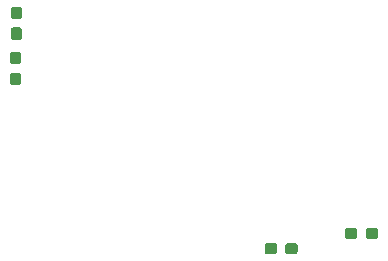
<source format=gbr>
G04 #@! TF.GenerationSoftware,KiCad,Pcbnew,5.0.1*
G04 #@! TF.CreationDate,2018-12-10T22:32:32+01:00*
G04 #@! TF.ProjectId,tamtam_board,74616D74616D5F626F6172642E6B6963,rev?*
G04 #@! TF.SameCoordinates,Original*
G04 #@! TF.FileFunction,Paste,Top*
G04 #@! TF.FilePolarity,Positive*
%FSLAX46Y46*%
G04 Gerber Fmt 4.6, Leading zero omitted, Abs format (unit mm)*
G04 Created by KiCad (PCBNEW 5.0.1) date dilluns, 10 de desembre de 2018, 22:32:32 CET*
%MOMM*%
%LPD*%
G01*
G04 APERTURE LIST*
%ADD10C,0.100000*%
%ADD11C,0.950000*%
G04 APERTURE END LIST*
D10*
G04 #@! TO.C,C1*
G36*
X84925779Y-48836144D02*
X84948834Y-48839563D01*
X84971443Y-48845227D01*
X84993387Y-48853079D01*
X85014457Y-48863044D01*
X85034448Y-48875026D01*
X85053168Y-48888910D01*
X85070438Y-48904562D01*
X85086090Y-48921832D01*
X85099974Y-48940552D01*
X85111956Y-48960543D01*
X85121921Y-48981613D01*
X85129773Y-49003557D01*
X85135437Y-49026166D01*
X85138856Y-49049221D01*
X85140000Y-49072500D01*
X85140000Y-49547500D01*
X85138856Y-49570779D01*
X85135437Y-49593834D01*
X85129773Y-49616443D01*
X85121921Y-49638387D01*
X85111956Y-49659457D01*
X85099974Y-49679448D01*
X85086090Y-49698168D01*
X85070438Y-49715438D01*
X85053168Y-49731090D01*
X85034448Y-49744974D01*
X85014457Y-49756956D01*
X84993387Y-49766921D01*
X84971443Y-49774773D01*
X84948834Y-49780437D01*
X84925779Y-49783856D01*
X84902500Y-49785000D01*
X84327500Y-49785000D01*
X84304221Y-49783856D01*
X84281166Y-49780437D01*
X84258557Y-49774773D01*
X84236613Y-49766921D01*
X84215543Y-49756956D01*
X84195552Y-49744974D01*
X84176832Y-49731090D01*
X84159562Y-49715438D01*
X84143910Y-49698168D01*
X84130026Y-49679448D01*
X84118044Y-49659457D01*
X84108079Y-49638387D01*
X84100227Y-49616443D01*
X84094563Y-49593834D01*
X84091144Y-49570779D01*
X84090000Y-49547500D01*
X84090000Y-49072500D01*
X84091144Y-49049221D01*
X84094563Y-49026166D01*
X84100227Y-49003557D01*
X84108079Y-48981613D01*
X84118044Y-48960543D01*
X84130026Y-48940552D01*
X84143910Y-48921832D01*
X84159562Y-48904562D01*
X84176832Y-48888910D01*
X84195552Y-48875026D01*
X84215543Y-48863044D01*
X84236613Y-48853079D01*
X84258557Y-48845227D01*
X84281166Y-48839563D01*
X84304221Y-48836144D01*
X84327500Y-48835000D01*
X84902500Y-48835000D01*
X84925779Y-48836144D01*
X84925779Y-48836144D01*
G37*
D11*
X84615000Y-49310000D03*
D10*
G36*
X86675779Y-48836144D02*
X86698834Y-48839563D01*
X86721443Y-48845227D01*
X86743387Y-48853079D01*
X86764457Y-48863044D01*
X86784448Y-48875026D01*
X86803168Y-48888910D01*
X86820438Y-48904562D01*
X86836090Y-48921832D01*
X86849974Y-48940552D01*
X86861956Y-48960543D01*
X86871921Y-48981613D01*
X86879773Y-49003557D01*
X86885437Y-49026166D01*
X86888856Y-49049221D01*
X86890000Y-49072500D01*
X86890000Y-49547500D01*
X86888856Y-49570779D01*
X86885437Y-49593834D01*
X86879773Y-49616443D01*
X86871921Y-49638387D01*
X86861956Y-49659457D01*
X86849974Y-49679448D01*
X86836090Y-49698168D01*
X86820438Y-49715438D01*
X86803168Y-49731090D01*
X86784448Y-49744974D01*
X86764457Y-49756956D01*
X86743387Y-49766921D01*
X86721443Y-49774773D01*
X86698834Y-49780437D01*
X86675779Y-49783856D01*
X86652500Y-49785000D01*
X86077500Y-49785000D01*
X86054221Y-49783856D01*
X86031166Y-49780437D01*
X86008557Y-49774773D01*
X85986613Y-49766921D01*
X85965543Y-49756956D01*
X85945552Y-49744974D01*
X85926832Y-49731090D01*
X85909562Y-49715438D01*
X85893910Y-49698168D01*
X85880026Y-49679448D01*
X85868044Y-49659457D01*
X85858079Y-49638387D01*
X85850227Y-49616443D01*
X85844563Y-49593834D01*
X85841144Y-49570779D01*
X85840000Y-49547500D01*
X85840000Y-49072500D01*
X85841144Y-49049221D01*
X85844563Y-49026166D01*
X85850227Y-49003557D01*
X85858079Y-48981613D01*
X85868044Y-48960543D01*
X85880026Y-48940552D01*
X85893910Y-48921832D01*
X85909562Y-48904562D01*
X85926832Y-48888910D01*
X85945552Y-48875026D01*
X85965543Y-48863044D01*
X85986613Y-48853079D01*
X86008557Y-48845227D01*
X86031166Y-48839563D01*
X86054221Y-48836144D01*
X86077500Y-48835000D01*
X86652500Y-48835000D01*
X86675779Y-48836144D01*
X86675779Y-48836144D01*
G37*
D11*
X86365000Y-49310000D03*
G04 #@! TD*
D10*
G04 #@! TO.C,R5*
G36*
X79870779Y-50116144D02*
X79893834Y-50119563D01*
X79916443Y-50125227D01*
X79938387Y-50133079D01*
X79959457Y-50143044D01*
X79979448Y-50155026D01*
X79998168Y-50168910D01*
X80015438Y-50184562D01*
X80031090Y-50201832D01*
X80044974Y-50220552D01*
X80056956Y-50240543D01*
X80066921Y-50261613D01*
X80074773Y-50283557D01*
X80080437Y-50306166D01*
X80083856Y-50329221D01*
X80085000Y-50352500D01*
X80085000Y-50827500D01*
X80083856Y-50850779D01*
X80080437Y-50873834D01*
X80074773Y-50896443D01*
X80066921Y-50918387D01*
X80056956Y-50939457D01*
X80044974Y-50959448D01*
X80031090Y-50978168D01*
X80015438Y-50995438D01*
X79998168Y-51011090D01*
X79979448Y-51024974D01*
X79959457Y-51036956D01*
X79938387Y-51046921D01*
X79916443Y-51054773D01*
X79893834Y-51060437D01*
X79870779Y-51063856D01*
X79847500Y-51065000D01*
X79272500Y-51065000D01*
X79249221Y-51063856D01*
X79226166Y-51060437D01*
X79203557Y-51054773D01*
X79181613Y-51046921D01*
X79160543Y-51036956D01*
X79140552Y-51024974D01*
X79121832Y-51011090D01*
X79104562Y-50995438D01*
X79088910Y-50978168D01*
X79075026Y-50959448D01*
X79063044Y-50939457D01*
X79053079Y-50918387D01*
X79045227Y-50896443D01*
X79039563Y-50873834D01*
X79036144Y-50850779D01*
X79035000Y-50827500D01*
X79035000Y-50352500D01*
X79036144Y-50329221D01*
X79039563Y-50306166D01*
X79045227Y-50283557D01*
X79053079Y-50261613D01*
X79063044Y-50240543D01*
X79075026Y-50220552D01*
X79088910Y-50201832D01*
X79104562Y-50184562D01*
X79121832Y-50168910D01*
X79140552Y-50155026D01*
X79160543Y-50143044D01*
X79181613Y-50133079D01*
X79203557Y-50125227D01*
X79226166Y-50119563D01*
X79249221Y-50116144D01*
X79272500Y-50115000D01*
X79847500Y-50115000D01*
X79870779Y-50116144D01*
X79870779Y-50116144D01*
G37*
D11*
X79560000Y-50590000D03*
D10*
G36*
X78120779Y-50116144D02*
X78143834Y-50119563D01*
X78166443Y-50125227D01*
X78188387Y-50133079D01*
X78209457Y-50143044D01*
X78229448Y-50155026D01*
X78248168Y-50168910D01*
X78265438Y-50184562D01*
X78281090Y-50201832D01*
X78294974Y-50220552D01*
X78306956Y-50240543D01*
X78316921Y-50261613D01*
X78324773Y-50283557D01*
X78330437Y-50306166D01*
X78333856Y-50329221D01*
X78335000Y-50352500D01*
X78335000Y-50827500D01*
X78333856Y-50850779D01*
X78330437Y-50873834D01*
X78324773Y-50896443D01*
X78316921Y-50918387D01*
X78306956Y-50939457D01*
X78294974Y-50959448D01*
X78281090Y-50978168D01*
X78265438Y-50995438D01*
X78248168Y-51011090D01*
X78229448Y-51024974D01*
X78209457Y-51036956D01*
X78188387Y-51046921D01*
X78166443Y-51054773D01*
X78143834Y-51060437D01*
X78120779Y-51063856D01*
X78097500Y-51065000D01*
X77522500Y-51065000D01*
X77499221Y-51063856D01*
X77476166Y-51060437D01*
X77453557Y-51054773D01*
X77431613Y-51046921D01*
X77410543Y-51036956D01*
X77390552Y-51024974D01*
X77371832Y-51011090D01*
X77354562Y-50995438D01*
X77338910Y-50978168D01*
X77325026Y-50959448D01*
X77313044Y-50939457D01*
X77303079Y-50918387D01*
X77295227Y-50896443D01*
X77289563Y-50873834D01*
X77286144Y-50850779D01*
X77285000Y-50827500D01*
X77285000Y-50352500D01*
X77286144Y-50329221D01*
X77289563Y-50306166D01*
X77295227Y-50283557D01*
X77303079Y-50261613D01*
X77313044Y-50240543D01*
X77325026Y-50220552D01*
X77338910Y-50201832D01*
X77354562Y-50184562D01*
X77371832Y-50168910D01*
X77390552Y-50155026D01*
X77410543Y-50143044D01*
X77431613Y-50133079D01*
X77453557Y-50125227D01*
X77476166Y-50119563D01*
X77499221Y-50116144D01*
X77522500Y-50115000D01*
X78097500Y-50115000D01*
X78120779Y-50116144D01*
X78120779Y-50116144D01*
G37*
D11*
X77810000Y-50590000D03*
G04 #@! TD*
D10*
G04 #@! TO.C,R8*
G36*
X56530779Y-30116144D02*
X56553834Y-30119563D01*
X56576443Y-30125227D01*
X56598387Y-30133079D01*
X56619457Y-30143044D01*
X56639448Y-30155026D01*
X56658168Y-30168910D01*
X56675438Y-30184562D01*
X56691090Y-30201832D01*
X56704974Y-30220552D01*
X56716956Y-30240543D01*
X56726921Y-30261613D01*
X56734773Y-30283557D01*
X56740437Y-30306166D01*
X56743856Y-30329221D01*
X56745000Y-30352500D01*
X56745000Y-30927500D01*
X56743856Y-30950779D01*
X56740437Y-30973834D01*
X56734773Y-30996443D01*
X56726921Y-31018387D01*
X56716956Y-31039457D01*
X56704974Y-31059448D01*
X56691090Y-31078168D01*
X56675438Y-31095438D01*
X56658168Y-31111090D01*
X56639448Y-31124974D01*
X56619457Y-31136956D01*
X56598387Y-31146921D01*
X56576443Y-31154773D01*
X56553834Y-31160437D01*
X56530779Y-31163856D01*
X56507500Y-31165000D01*
X56032500Y-31165000D01*
X56009221Y-31163856D01*
X55986166Y-31160437D01*
X55963557Y-31154773D01*
X55941613Y-31146921D01*
X55920543Y-31136956D01*
X55900552Y-31124974D01*
X55881832Y-31111090D01*
X55864562Y-31095438D01*
X55848910Y-31078168D01*
X55835026Y-31059448D01*
X55823044Y-31039457D01*
X55813079Y-31018387D01*
X55805227Y-30996443D01*
X55799563Y-30973834D01*
X55796144Y-30950779D01*
X55795000Y-30927500D01*
X55795000Y-30352500D01*
X55796144Y-30329221D01*
X55799563Y-30306166D01*
X55805227Y-30283557D01*
X55813079Y-30261613D01*
X55823044Y-30240543D01*
X55835026Y-30220552D01*
X55848910Y-30201832D01*
X55864562Y-30184562D01*
X55881832Y-30168910D01*
X55900552Y-30155026D01*
X55920543Y-30143044D01*
X55941613Y-30133079D01*
X55963557Y-30125227D01*
X55986166Y-30119563D01*
X56009221Y-30116144D01*
X56032500Y-30115000D01*
X56507500Y-30115000D01*
X56530779Y-30116144D01*
X56530779Y-30116144D01*
G37*
D11*
X56270000Y-30640000D03*
D10*
G36*
X56530779Y-31866144D02*
X56553834Y-31869563D01*
X56576443Y-31875227D01*
X56598387Y-31883079D01*
X56619457Y-31893044D01*
X56639448Y-31905026D01*
X56658168Y-31918910D01*
X56675438Y-31934562D01*
X56691090Y-31951832D01*
X56704974Y-31970552D01*
X56716956Y-31990543D01*
X56726921Y-32011613D01*
X56734773Y-32033557D01*
X56740437Y-32056166D01*
X56743856Y-32079221D01*
X56745000Y-32102500D01*
X56745000Y-32677500D01*
X56743856Y-32700779D01*
X56740437Y-32723834D01*
X56734773Y-32746443D01*
X56726921Y-32768387D01*
X56716956Y-32789457D01*
X56704974Y-32809448D01*
X56691090Y-32828168D01*
X56675438Y-32845438D01*
X56658168Y-32861090D01*
X56639448Y-32874974D01*
X56619457Y-32886956D01*
X56598387Y-32896921D01*
X56576443Y-32904773D01*
X56553834Y-32910437D01*
X56530779Y-32913856D01*
X56507500Y-32915000D01*
X56032500Y-32915000D01*
X56009221Y-32913856D01*
X55986166Y-32910437D01*
X55963557Y-32904773D01*
X55941613Y-32896921D01*
X55920543Y-32886956D01*
X55900552Y-32874974D01*
X55881832Y-32861090D01*
X55864562Y-32845438D01*
X55848910Y-32828168D01*
X55835026Y-32809448D01*
X55823044Y-32789457D01*
X55813079Y-32768387D01*
X55805227Y-32746443D01*
X55799563Y-32723834D01*
X55796144Y-32700779D01*
X55795000Y-32677500D01*
X55795000Y-32102500D01*
X55796144Y-32079221D01*
X55799563Y-32056166D01*
X55805227Y-32033557D01*
X55813079Y-32011613D01*
X55823044Y-31990543D01*
X55835026Y-31970552D01*
X55848910Y-31951832D01*
X55864562Y-31934562D01*
X55881832Y-31918910D01*
X55900552Y-31905026D01*
X55920543Y-31893044D01*
X55941613Y-31883079D01*
X55963557Y-31875227D01*
X55986166Y-31869563D01*
X56009221Y-31866144D01*
X56032500Y-31865000D01*
X56507500Y-31865000D01*
X56530779Y-31866144D01*
X56530779Y-31866144D01*
G37*
D11*
X56270000Y-32390000D03*
G04 #@! TD*
D10*
G04 #@! TO.C,R9*
G36*
X56450779Y-33936144D02*
X56473834Y-33939563D01*
X56496443Y-33945227D01*
X56518387Y-33953079D01*
X56539457Y-33963044D01*
X56559448Y-33975026D01*
X56578168Y-33988910D01*
X56595438Y-34004562D01*
X56611090Y-34021832D01*
X56624974Y-34040552D01*
X56636956Y-34060543D01*
X56646921Y-34081613D01*
X56654773Y-34103557D01*
X56660437Y-34126166D01*
X56663856Y-34149221D01*
X56665000Y-34172500D01*
X56665000Y-34747500D01*
X56663856Y-34770779D01*
X56660437Y-34793834D01*
X56654773Y-34816443D01*
X56646921Y-34838387D01*
X56636956Y-34859457D01*
X56624974Y-34879448D01*
X56611090Y-34898168D01*
X56595438Y-34915438D01*
X56578168Y-34931090D01*
X56559448Y-34944974D01*
X56539457Y-34956956D01*
X56518387Y-34966921D01*
X56496443Y-34974773D01*
X56473834Y-34980437D01*
X56450779Y-34983856D01*
X56427500Y-34985000D01*
X55952500Y-34985000D01*
X55929221Y-34983856D01*
X55906166Y-34980437D01*
X55883557Y-34974773D01*
X55861613Y-34966921D01*
X55840543Y-34956956D01*
X55820552Y-34944974D01*
X55801832Y-34931090D01*
X55784562Y-34915438D01*
X55768910Y-34898168D01*
X55755026Y-34879448D01*
X55743044Y-34859457D01*
X55733079Y-34838387D01*
X55725227Y-34816443D01*
X55719563Y-34793834D01*
X55716144Y-34770779D01*
X55715000Y-34747500D01*
X55715000Y-34172500D01*
X55716144Y-34149221D01*
X55719563Y-34126166D01*
X55725227Y-34103557D01*
X55733079Y-34081613D01*
X55743044Y-34060543D01*
X55755026Y-34040552D01*
X55768910Y-34021832D01*
X55784562Y-34004562D01*
X55801832Y-33988910D01*
X55820552Y-33975026D01*
X55840543Y-33963044D01*
X55861613Y-33953079D01*
X55883557Y-33945227D01*
X55906166Y-33939563D01*
X55929221Y-33936144D01*
X55952500Y-33935000D01*
X56427500Y-33935000D01*
X56450779Y-33936144D01*
X56450779Y-33936144D01*
G37*
D11*
X56190000Y-34460000D03*
D10*
G36*
X56450779Y-35686144D02*
X56473834Y-35689563D01*
X56496443Y-35695227D01*
X56518387Y-35703079D01*
X56539457Y-35713044D01*
X56559448Y-35725026D01*
X56578168Y-35738910D01*
X56595438Y-35754562D01*
X56611090Y-35771832D01*
X56624974Y-35790552D01*
X56636956Y-35810543D01*
X56646921Y-35831613D01*
X56654773Y-35853557D01*
X56660437Y-35876166D01*
X56663856Y-35899221D01*
X56665000Y-35922500D01*
X56665000Y-36497500D01*
X56663856Y-36520779D01*
X56660437Y-36543834D01*
X56654773Y-36566443D01*
X56646921Y-36588387D01*
X56636956Y-36609457D01*
X56624974Y-36629448D01*
X56611090Y-36648168D01*
X56595438Y-36665438D01*
X56578168Y-36681090D01*
X56559448Y-36694974D01*
X56539457Y-36706956D01*
X56518387Y-36716921D01*
X56496443Y-36724773D01*
X56473834Y-36730437D01*
X56450779Y-36733856D01*
X56427500Y-36735000D01*
X55952500Y-36735000D01*
X55929221Y-36733856D01*
X55906166Y-36730437D01*
X55883557Y-36724773D01*
X55861613Y-36716921D01*
X55840543Y-36706956D01*
X55820552Y-36694974D01*
X55801832Y-36681090D01*
X55784562Y-36665438D01*
X55768910Y-36648168D01*
X55755026Y-36629448D01*
X55743044Y-36609457D01*
X55733079Y-36588387D01*
X55725227Y-36566443D01*
X55719563Y-36543834D01*
X55716144Y-36520779D01*
X55715000Y-36497500D01*
X55715000Y-35922500D01*
X55716144Y-35899221D01*
X55719563Y-35876166D01*
X55725227Y-35853557D01*
X55733079Y-35831613D01*
X55743044Y-35810543D01*
X55755026Y-35790552D01*
X55768910Y-35771832D01*
X55784562Y-35754562D01*
X55801832Y-35738910D01*
X55820552Y-35725026D01*
X55840543Y-35713044D01*
X55861613Y-35703079D01*
X55883557Y-35695227D01*
X55906166Y-35689563D01*
X55929221Y-35686144D01*
X55952500Y-35685000D01*
X56427500Y-35685000D01*
X56450779Y-35686144D01*
X56450779Y-35686144D01*
G37*
D11*
X56190000Y-36210000D03*
G04 #@! TD*
M02*

</source>
